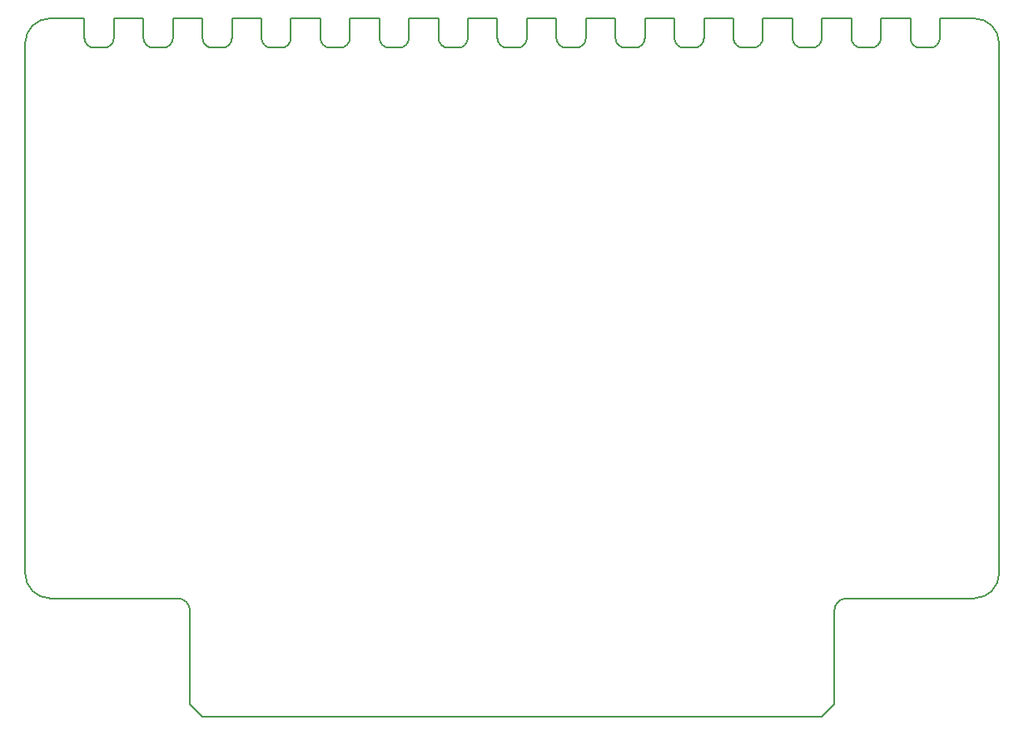
<source format=gm1>
G04 #@! TF.GenerationSoftware,KiCad,Pcbnew,(5.1.12)-1*
G04 #@! TF.CreationDate,2024-12-06T21:58:48+00:00*
G04 #@! TF.ProjectId,CPCSound,43504353-6f75-46e6-942e-6b696361645f,rev?*
G04 #@! TF.SameCoordinates,Original*
G04 #@! TF.FileFunction,Profile,NP*
%FSLAX46Y46*%
G04 Gerber Fmt 4.6, Leading zero omitted, Abs format (unit mm)*
G04 Created by KiCad (PCBNEW (5.1.12)-1) date 2024-12-06 21:58:48*
%MOMM*%
%LPD*%
G01*
G04 APERTURE LIST*
G04 #@! TA.AperFunction,Profile*
%ADD10C,0.150000*%
G04 #@! TD*
G04 APERTURE END LIST*
D10*
X153670000Y-102870000D02*
G75*
G02*
X156210000Y-100330000I2540000J0D01*
G01*
X250190000Y-100330000D02*
G75*
G02*
X252730000Y-102870000I0J-2540000D01*
G01*
X252730000Y-156845000D02*
G75*
G02*
X250190000Y-159385000I-2540000J0D01*
G01*
X156210000Y-159385000D02*
G75*
G02*
X153670000Y-156845000I0J2540000D01*
G01*
X160700000Y-103330000D02*
G75*
G02*
X159700000Y-102330000I0J1000000D01*
G01*
X246700000Y-100330000D02*
X246700000Y-102330000D01*
X156210000Y-100330000D02*
X159700000Y-100330000D01*
X239700000Y-103330000D02*
X238700000Y-103330000D01*
X178700000Y-103330000D02*
G75*
G02*
X177700000Y-102330000I0J1000000D01*
G01*
X174700000Y-100330000D02*
X174700000Y-102330000D01*
X168700000Y-102330000D02*
G75*
G02*
X167700000Y-103330000I-1000000J0D01*
G01*
X171700000Y-100330000D02*
X168700000Y-100330000D01*
X172700000Y-103330000D02*
G75*
G02*
X171700000Y-102330000I0J1000000D01*
G01*
X219700000Y-102330000D02*
X219700000Y-100330000D01*
X166700000Y-103330000D02*
G75*
G02*
X165700000Y-102330000I0J1000000D01*
G01*
X243700000Y-100330000D02*
X240700000Y-100330000D01*
X250190000Y-100330000D02*
X246700000Y-100330000D01*
X177700000Y-102330000D02*
X177700000Y-100330000D01*
X173700000Y-103330000D02*
X172700000Y-103330000D01*
X161700000Y-103330000D02*
X160700000Y-103330000D01*
X243700000Y-102330000D02*
X243700000Y-100330000D01*
X174700000Y-102330000D02*
G75*
G02*
X173700000Y-103330000I-1000000J0D01*
G01*
X179700000Y-103330000D02*
X178700000Y-103330000D01*
X159700000Y-100330000D02*
X159700000Y-102330000D01*
X171700000Y-102330000D02*
X171700000Y-100330000D01*
X168700000Y-100330000D02*
X168700000Y-102330000D01*
X177700000Y-100330000D02*
X174700000Y-100330000D01*
X228700000Y-100330000D02*
X228700000Y-102330000D01*
X167700000Y-103330000D02*
X166700000Y-103330000D01*
X165700000Y-102330000D02*
X165700000Y-100330000D01*
X165700000Y-100330000D02*
X162700000Y-100330000D01*
X162700000Y-100330000D02*
X162700000Y-102330000D01*
X162700000Y-102330000D02*
G75*
G02*
X161700000Y-103330000I-1000000J0D01*
G01*
X197700000Y-103330000D02*
X196700000Y-103330000D01*
X238700000Y-103330000D02*
G75*
G02*
X237700000Y-102330000I0J1000000D01*
G01*
X186700000Y-102330000D02*
G75*
G02*
X185700000Y-103330000I-1000000J0D01*
G01*
X226700000Y-103330000D02*
G75*
G02*
X225700000Y-102330000I0J1000000D01*
G01*
X209700000Y-103330000D02*
X208700000Y-103330000D01*
X231700000Y-100330000D02*
X228700000Y-100330000D01*
X245700000Y-103330000D02*
X244700000Y-103330000D01*
X195700000Y-102330000D02*
X195700000Y-100330000D01*
X191700000Y-103330000D02*
X190700000Y-103330000D01*
X198700000Y-100330000D02*
X198700000Y-102330000D01*
X237700000Y-100330000D02*
X234700000Y-100330000D01*
X204700000Y-100330000D02*
X204700000Y-102330000D01*
X185700000Y-103330000D02*
X184700000Y-103330000D01*
X233700000Y-103330000D02*
X232700000Y-103330000D01*
X207700000Y-102330000D02*
X207700000Y-100330000D01*
X220700000Y-103330000D02*
G75*
G02*
X219700000Y-102330000I0J1000000D01*
G01*
X244700000Y-103330000D02*
G75*
G02*
X243700000Y-102330000I0J1000000D01*
G01*
X184700000Y-103330000D02*
G75*
G02*
X183700000Y-102330000I0J1000000D01*
G01*
X221700000Y-103330000D02*
X220700000Y-103330000D01*
X203700000Y-103330000D02*
X202700000Y-103330000D01*
X201700000Y-100330000D02*
X198700000Y-100330000D01*
X183700000Y-100330000D02*
X180700000Y-100330000D01*
X190700000Y-103330000D02*
G75*
G02*
X189700000Y-102330000I0J1000000D01*
G01*
X216700000Y-102330000D02*
G75*
G02*
X215700000Y-103330000I-1000000J0D01*
G01*
X186700000Y-100330000D02*
X186700000Y-102330000D01*
X210700000Y-100330000D02*
X210700000Y-102330000D01*
X231700000Y-102330000D02*
X231700000Y-100330000D01*
X240700000Y-102330000D02*
G75*
G02*
X239700000Y-103330000I-1000000J0D01*
G01*
X246700000Y-102330000D02*
G75*
G02*
X245700000Y-103330000I-1000000J0D01*
G01*
X180700000Y-102330000D02*
G75*
G02*
X179700000Y-103330000I-1000000J0D01*
G01*
X195700000Y-100330000D02*
X192700000Y-100330000D01*
X189700000Y-100330000D02*
X186700000Y-100330000D01*
X189700000Y-102330000D02*
X189700000Y-100330000D01*
X227700000Y-103330000D02*
X226700000Y-103330000D01*
X192700000Y-100330000D02*
X192700000Y-102330000D01*
X219700000Y-100330000D02*
X216700000Y-100330000D01*
X234700000Y-100330000D02*
X234700000Y-102330000D01*
X204700000Y-102330000D02*
G75*
G02*
X203700000Y-103330000I-1000000J0D01*
G01*
X192700000Y-102330000D02*
G75*
G02*
X191700000Y-103330000I-1000000J0D01*
G01*
X228700000Y-102330000D02*
G75*
G02*
X227700000Y-103330000I-1000000J0D01*
G01*
X198700000Y-102330000D02*
G75*
G02*
X197700000Y-103330000I-1000000J0D01*
G01*
X180700000Y-100330000D02*
X180700000Y-102330000D01*
X183700000Y-102330000D02*
X183700000Y-100330000D01*
X222700000Y-100330000D02*
X222700000Y-102330000D01*
X215700000Y-103330000D02*
X214700000Y-103330000D01*
X234700000Y-102330000D02*
G75*
G02*
X233700000Y-103330000I-1000000J0D01*
G01*
X222700000Y-102330000D02*
G75*
G02*
X221700000Y-103330000I-1000000J0D01*
G01*
X237700000Y-102330000D02*
X237700000Y-100330000D01*
X201700000Y-102330000D02*
X201700000Y-100330000D01*
X216700000Y-100330000D02*
X216700000Y-102330000D01*
X202700000Y-103330000D02*
G75*
G02*
X201700000Y-102330000I0J1000000D01*
G01*
X232700000Y-103330000D02*
G75*
G02*
X231700000Y-102330000I0J1000000D01*
G01*
X207700000Y-100330000D02*
X204700000Y-100330000D01*
X213700000Y-102330000D02*
X213700000Y-100330000D01*
X225700000Y-102330000D02*
X225700000Y-100330000D01*
X240700000Y-100330000D02*
X240700000Y-102330000D01*
X214700000Y-103330000D02*
G75*
G02*
X213700000Y-102330000I0J1000000D01*
G01*
X208700000Y-103330000D02*
G75*
G02*
X207700000Y-102330000I0J1000000D01*
G01*
X210700000Y-102330000D02*
G75*
G02*
X209700000Y-103330000I-1000000J0D01*
G01*
X213700000Y-100330000D02*
X210700000Y-100330000D01*
X196700000Y-103330000D02*
G75*
G02*
X195700000Y-102330000I0J1000000D01*
G01*
X225700000Y-100330000D02*
X222700000Y-100330000D01*
X169164000Y-159385000D02*
X156210000Y-159385000D01*
X237236000Y-159385000D02*
X250190000Y-159385000D01*
X235966000Y-170180000D02*
X234696000Y-171450000D01*
X235966000Y-160655000D02*
X235966000Y-170180000D01*
X235966000Y-160655000D02*
G75*
G02*
X237236000Y-159385000I1270000J0D01*
G01*
X170434000Y-170180000D02*
X171704000Y-171450000D01*
X170434000Y-160655000D02*
X170434000Y-170180000D01*
X169164000Y-159385000D02*
G75*
G02*
X170434000Y-160655000I0J-1270000D01*
G01*
X252730000Y-102870000D02*
X252730000Y-156845000D01*
X153670000Y-102870000D02*
X153670000Y-156845000D01*
X171704000Y-171450000D02*
X234696000Y-171450000D01*
M02*

</source>
